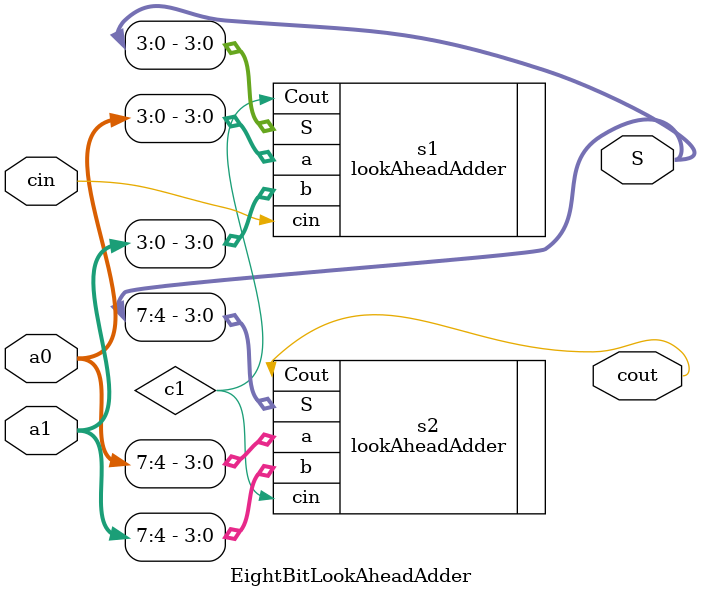
<source format=v>
module EightBitLookAheadAdder(input [7:0]a0, input [7:0]a1, input cin, output [7:0]S, output cout);
	wire c1;
	 lookAheadAdder s1(.a(a0[3:0]), .b(a1[3:0]), .cin(cin), .Cout(c1),  .S(S[3:0]));
	 lookAheadAdder s2(.a(a0[7:4]), .b(a1[7:4]), .cin(c1), .Cout(cout),  .S(S[7:4]));
	 
	 endmodule

</source>
